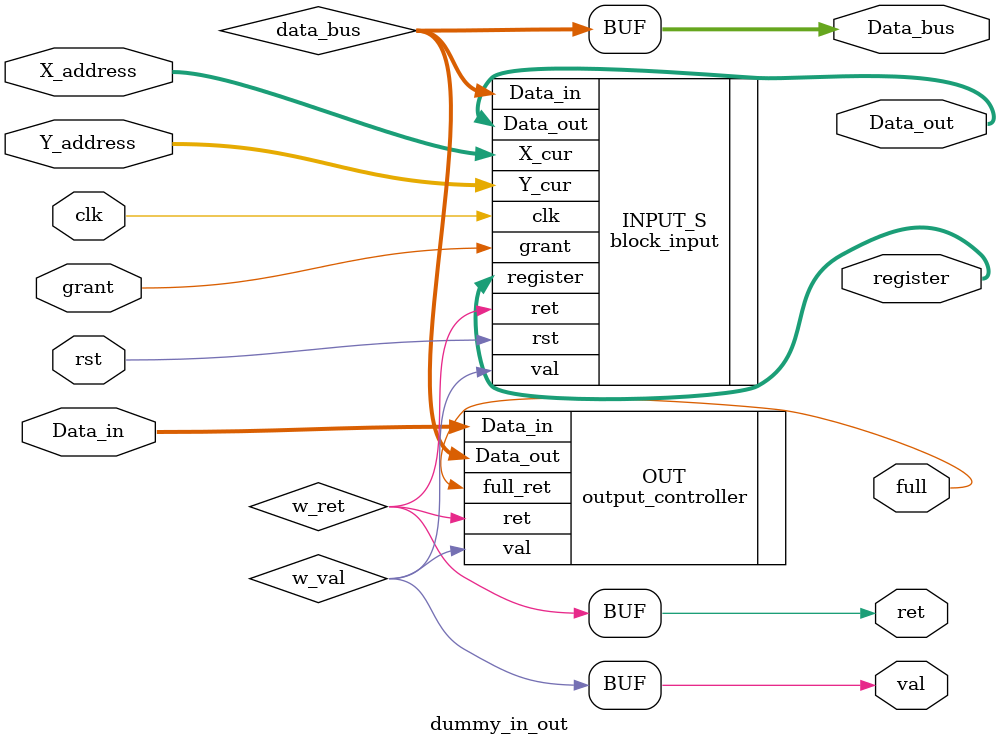
<source format=v>
`timescale 1ns / 1ps
module dummy_in_out
#(	parameter DATA_WIDTH = 8,
	parameter N_ADD = 2,
	parameter N_REGISTER = 3)
(input [N_ADD-1:0] X_address,Y_address,  /*address of router in networt on chip*/
input clk,rst,
input grant,
input [DATA_WIDTH-1:0]Data_in, /*outside*/
output [DATA_WIDTH-1:0]Data_out,
output [DATA_WIDTH-1:0]Data_bus,
output [N_REGISTER-1:0] register,
output full,
output val,ret
    );

wire [DATA_WIDTH-1:0] data_bus;
wire w_val,w_ret;
block_input INPUT_S(.X_cur(X_address),.Y_cur(Y_address),.clk(clk),.rst(rst),
							.Data_in(data_bus),.Data_out(Data_out),.register(register),
							.grant(grant),.val(w_val),.ret(w_ret));

output_controller OUT(.ret(w_ret),.full_ret(full),.val(w_val),
								.Data_in(Data_in),.Data_out(data_bus)
								);
assign val = w_val;
assign ret = w_ret;
assign Data_bus = data_bus;
endmodule

</source>
